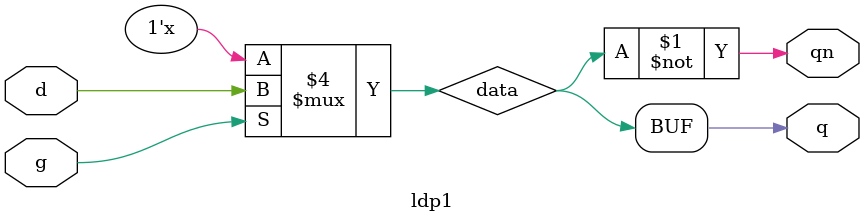
<source format=v>
`include "defs.v"

module ldp1
(
	output	q,
	output	qn,
	input		d,
	input		g
);

reg	data = 1'b0;

assign q = data;
assign qn = ~data;

always @(d or g)
begin
	if (g) begin
		data <= d;
	end
end

endmodule

</source>
